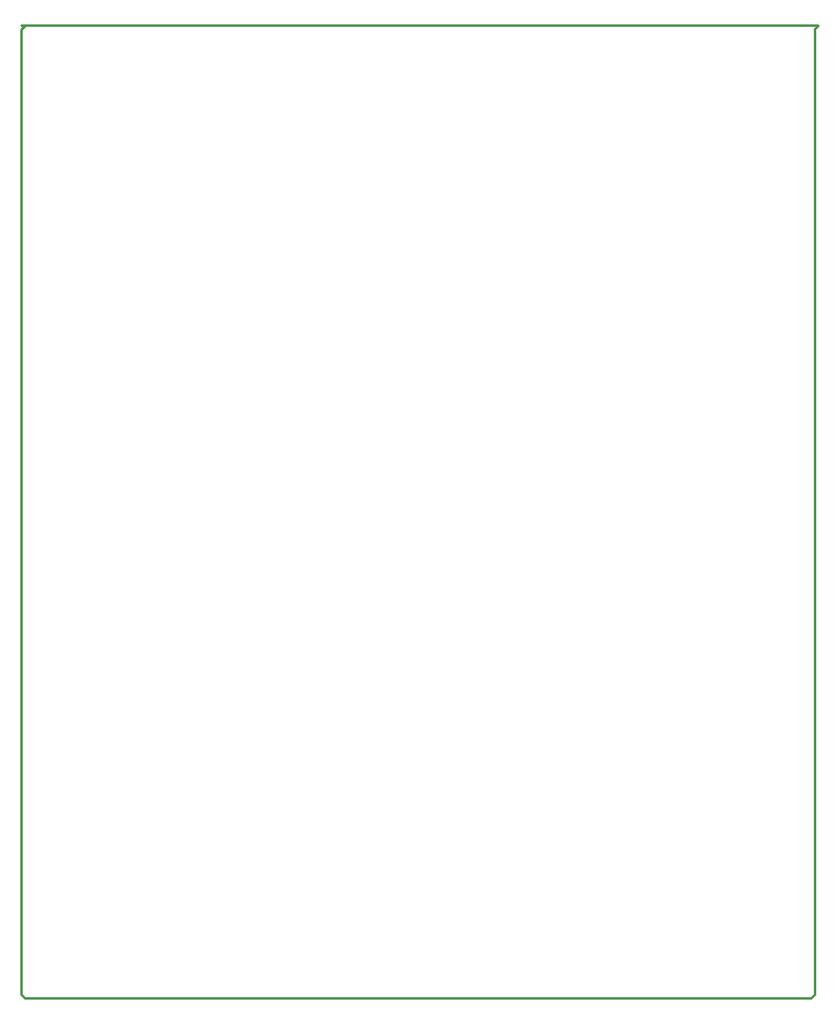
<source format=gko>
G04*
G04 #@! TF.GenerationSoftware,Altium Limited,Altium Designer,18.1.9 (240)*
G04*
G04 Layer_Color=16711935*
%FSAX24Y24*%
%MOIN*%
G70*
G01*
G75*
%ADD60C,0.0100*%
D60*
X010050Y049800D02*
X010200Y049950D01*
X010050Y010200D02*
Y049800D01*
Y010200D02*
X010200Y010050D01*
X042450D01*
X042600Y010200D01*
Y049800D01*
X042750Y049950D01*
X010050D02*
X042750D01*
M02*

</source>
